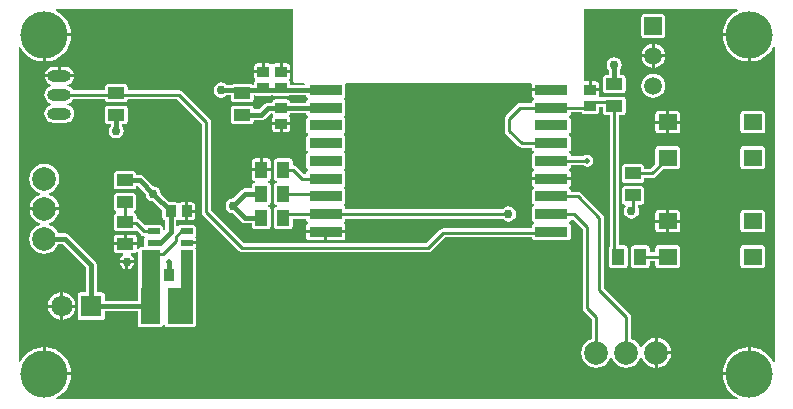
<source format=gtl>
G04 Layer_Physical_Order=1*
G04 Layer_Color=255*
%FSAX24Y24*%
%MOIN*%
G70*
G01*
G75*
%ADD10R,0.1102X0.0354*%
%ADD11R,0.0413X0.0551*%
%ADD12R,0.0630X0.0551*%
%ADD13R,0.0551X0.0413*%
%ADD14R,0.0394X0.0354*%
%ADD15R,0.0433X0.0236*%
%ADD16R,0.0600X0.1200*%
%ADD17R,0.0354X0.0394*%
%ADD18C,0.0150*%
%ADD19C,0.0100*%
%ADD20R,0.0640X0.2470*%
%ADD21R,0.0440X0.2470*%
%ADD22C,0.0591*%
%ADD23R,0.0591X0.0591*%
%ADD24O,0.0787X0.0394*%
%ADD25O,0.0787X0.0394*%
%ADD26C,0.1575*%
%ADD27C,0.0787*%
%ADD28C,0.0709*%
%ADD29R,0.0709X0.0709*%
%ADD30C,0.0300*%
%ADD31C,0.0200*%
G36*
X009298Y013147D02*
Y010800D01*
X009306Y010761D01*
X009328Y010728D01*
X009361Y010706D01*
X009400Y010698D01*
X009649D01*
X009679Y010648D01*
X009676Y010641D01*
X009199D01*
Y010711D01*
X009191Y010750D01*
X009169Y010784D01*
Y010816D01*
X009191Y010850D01*
X009199Y010889D01*
Y011016D01*
X008900D01*
Y011066D01*
X008850D01*
Y011345D01*
X008703D01*
X008664Y011337D01*
X008631Y011315D01*
X008630Y011314D01*
X008570D01*
X008569Y011315D01*
X008536Y011337D01*
X008497Y011345D01*
X008350D01*
Y011066D01*
X008300D01*
Y011016D01*
X008001D01*
Y010889D01*
X008009Y010850D01*
X008031Y010816D01*
Y010784D01*
X008009Y010750D01*
X008001Y010711D01*
Y010641D01*
X007949D01*
X007948Y010643D01*
X007915Y010665D01*
X007876Y010673D01*
X007324D01*
X007285Y010665D01*
X007252Y010643D01*
X007251Y010641D01*
X007081D01*
X007080Y010642D01*
X006998Y010698D01*
X006900Y010717D01*
X006802Y010698D01*
X006720Y010642D01*
X006665Y010560D01*
X006645Y010462D01*
X006665Y010365D01*
X006720Y010282D01*
X006802Y010227D01*
X006900Y010207D01*
X006998Y010227D01*
X007080Y010282D01*
X007081Y010284D01*
X007222D01*
Y010157D01*
X007230Y010118D01*
X007252Y010085D01*
X007285Y010063D01*
X007324Y010056D01*
X007876D01*
X007915Y010063D01*
X007948Y010085D01*
X007970Y010118D01*
X007978Y010157D01*
Y010284D01*
X008033D01*
X008064Y010263D01*
X008103Y010255D01*
X008497D01*
X008536Y010263D01*
X008567Y010284D01*
X008633D01*
X008664Y010263D01*
X008703Y010255D01*
X009097D01*
X009136Y010263D01*
X009167Y010284D01*
X009731D01*
X009738Y010246D01*
X009760Y010213D01*
X009790Y010193D01*
X009793Y010167D01*
X009790Y010141D01*
X009760Y010121D01*
X009738Y010088D01*
X009730Y010049D01*
Y010044D01*
X009199D01*
X009191Y010082D01*
X009169Y010115D01*
X009136Y010137D01*
X009097Y010145D01*
X008703D01*
X008664Y010137D01*
X008631Y010115D01*
X008609Y010082D01*
X008601Y010044D01*
X008466D01*
X008397Y010031D01*
X008340Y009992D01*
X008340Y009992D01*
X008162Y009814D01*
X007978D01*
Y009843D01*
X007970Y009882D01*
X007948Y009915D01*
X007915Y009937D01*
X007876Y009944D01*
X007324D01*
X007285Y009937D01*
X007252Y009915D01*
X007230Y009882D01*
X007222Y009843D01*
Y009429D01*
X007230Y009390D01*
X007252Y009357D01*
X007285Y009335D01*
X007324Y009327D01*
X007876D01*
X007915Y009335D01*
X007948Y009357D01*
X007970Y009390D01*
X007978Y009429D01*
Y009457D01*
X008236D01*
X008304Y009471D01*
X008362Y009510D01*
X008540Y009687D01*
X008601D01*
X008609Y009650D01*
X008631Y009616D01*
Y009584D01*
X008609Y009550D01*
X008601Y009511D01*
Y009384D01*
X009199D01*
Y009511D01*
X009191Y009550D01*
X009169Y009584D01*
Y009616D01*
X009191Y009650D01*
X009199Y009687D01*
X009732D01*
X009738Y009655D01*
X009760Y009622D01*
X009790Y009603D01*
X009793Y009576D01*
X009790Y009550D01*
X009760Y009530D01*
X009738Y009497D01*
X009730Y009458D01*
Y009104D01*
X009738Y009065D01*
X009760Y009032D01*
X009790Y009012D01*
X009793Y008986D01*
X009790Y008959D01*
X009760Y008940D01*
X009738Y008907D01*
X009730Y008868D01*
Y008513D01*
X009738Y008474D01*
X009760Y008441D01*
X009790Y008422D01*
X009793Y008395D01*
X009790Y008369D01*
X009760Y008349D01*
X009738Y008316D01*
X009730Y008277D01*
Y007923D01*
X009738Y007884D01*
X009760Y007851D01*
X009790Y007831D01*
X009793Y007805D01*
X009790Y007778D01*
X009760Y007759D01*
X009738Y007726D01*
X009730Y007687D01*
Y007662D01*
X009654D01*
X009408Y007908D01*
X009359Y007941D01*
X009300Y007953D01*
X009273D01*
Y008076D01*
X009265Y008115D01*
X009243Y008148D01*
X009210Y008170D01*
X009171Y008178D01*
X008757D01*
X008718Y008170D01*
X008685Y008148D01*
X008663Y008115D01*
X008656Y008076D01*
Y007524D01*
X008663Y007485D01*
X008685Y007452D01*
X008718Y007430D01*
X008742Y007425D01*
Y007375D01*
X008718Y007370D01*
X008685Y007348D01*
X008663Y007315D01*
X008656Y007276D01*
Y006724D01*
X008663Y006685D01*
X008685Y006652D01*
X008718Y006630D01*
X008742Y006625D01*
Y006575D01*
X008718Y006570D01*
X008685Y006548D01*
X008663Y006515D01*
X008656Y006476D01*
Y005924D01*
X008663Y005885D01*
X008685Y005852D01*
X008718Y005830D01*
X008757Y005822D01*
X009171D01*
X009210Y005830D01*
X009243Y005852D01*
X009265Y005885D01*
X009273Y005924D01*
Y006175D01*
X009730D01*
Y006151D01*
X009738Y006112D01*
X009760Y006079D01*
X009790Y006059D01*
X009793Y006033D01*
X009790Y006007D01*
X009760Y005987D01*
X009738Y005954D01*
X009730Y005915D01*
Y005788D01*
X011037D01*
Y005915D01*
X011029Y005954D01*
X011007Y005987D01*
X010977Y006007D01*
X010974Y006033D01*
X010977Y006059D01*
X011007Y006079D01*
X011029Y006112D01*
X011037Y006151D01*
Y006175D01*
X016273D01*
X016291Y006148D01*
X016374Y006093D01*
X016472Y006073D01*
X016569Y006093D01*
X016652Y006148D01*
X016707Y006231D01*
X016727Y006328D01*
X016707Y006426D01*
X016652Y006509D01*
X016569Y006564D01*
X016472Y006583D01*
X016374Y006564D01*
X016291Y006509D01*
X016273Y006481D01*
X011037D01*
Y006506D01*
X011029Y006545D01*
X011007Y006578D01*
X010977Y006597D01*
X010974Y006624D01*
X010977Y006650D01*
X011007Y006670D01*
X011029Y006703D01*
X011037Y006742D01*
Y007096D01*
X011029Y007135D01*
X011007Y007168D01*
X010977Y007188D01*
X010974Y007214D01*
X010977Y007241D01*
X011007Y007260D01*
X011029Y007293D01*
X011037Y007332D01*
Y007687D01*
X011029Y007726D01*
X011007Y007759D01*
X010977Y007778D01*
X010974Y007805D01*
X010977Y007831D01*
X011007Y007851D01*
X011029Y007884D01*
X011037Y007923D01*
Y008277D01*
X011029Y008316D01*
X011007Y008349D01*
X010977Y008369D01*
X010974Y008395D01*
X010977Y008422D01*
X011007Y008441D01*
X011029Y008474D01*
X011037Y008513D01*
Y008868D01*
X011029Y008907D01*
X011007Y008940D01*
X010977Y008959D01*
X010974Y008986D01*
X010977Y009012D01*
X011007Y009032D01*
X011029Y009065D01*
X011037Y009104D01*
Y009458D01*
X011029Y009497D01*
X011007Y009530D01*
X010977Y009550D01*
X010974Y009576D01*
X010977Y009603D01*
X011007Y009622D01*
X011029Y009655D01*
X011037Y009694D01*
Y010049D01*
X011029Y010088D01*
X011007Y010121D01*
X010977Y010141D01*
X010974Y010167D01*
X010977Y010193D01*
X011007Y010213D01*
X011029Y010246D01*
X011037Y010285D01*
Y010639D01*
X011035Y010648D01*
X011071Y010698D01*
X017215D01*
X017252Y010648D01*
X017250Y010639D01*
Y010512D01*
X017903D01*
Y010412D01*
X017250D01*
Y010285D01*
X017258Y010246D01*
X017280Y010213D01*
X017309Y010193D01*
X017312Y010167D01*
X017309Y010141D01*
X017280Y010121D01*
X017258Y010088D01*
X017250Y010049D01*
Y010025D01*
X016872D01*
X016813Y010013D01*
X016764Y009980D01*
X016392Y009608D01*
X016359Y009559D01*
X016347Y009500D01*
Y009100D01*
X016359Y009041D01*
X016392Y008992D01*
X016801Y008582D01*
X016851Y008549D01*
X016909Y008538D01*
X017250D01*
Y008513D01*
X017258Y008474D01*
X017280Y008441D01*
X017309Y008422D01*
X017312Y008395D01*
X017309Y008369D01*
X017280Y008349D01*
X017258Y008316D01*
X017250Y008277D01*
Y007923D01*
X017258Y007884D01*
X017280Y007851D01*
X017309Y007831D01*
X017312Y007805D01*
X017309Y007778D01*
X017280Y007759D01*
X017258Y007726D01*
X017250Y007687D01*
Y007559D01*
X017903D01*
X018556D01*
Y007687D01*
X018549Y007726D01*
X018526Y007759D01*
X018497Y007778D01*
X018494Y007805D01*
X018497Y007831D01*
X018526Y007851D01*
X018549Y007884D01*
X018556Y007923D01*
Y007947D01*
X018969D01*
X019022Y007912D01*
X019100Y007896D01*
X019178Y007912D01*
X019244Y007956D01*
X019288Y008022D01*
X019304Y008100D01*
X019288Y008178D01*
X019244Y008244D01*
X019178Y008288D01*
X019100Y008304D01*
X019022Y008288D01*
X018969Y008253D01*
X018556D01*
Y008277D01*
X018549Y008316D01*
X018526Y008349D01*
X018497Y008369D01*
X018494Y008395D01*
X018497Y008422D01*
X018526Y008441D01*
X018549Y008474D01*
X018556Y008513D01*
Y008868D01*
X018549Y008907D01*
X018526Y008940D01*
X018497Y008959D01*
X018494Y008986D01*
X018497Y009012D01*
X018526Y009032D01*
X018549Y009065D01*
X018556Y009104D01*
Y009458D01*
X018549Y009497D01*
X018526Y009530D01*
X018497Y009550D01*
X018494Y009576D01*
X018497Y009603D01*
X018526Y009622D01*
X018549Y009655D01*
X018556Y009694D01*
Y009719D01*
X018909D01*
X018909Y009718D01*
X018931Y009685D01*
X018964Y009663D01*
X019003Y009655D01*
X019397D01*
X019436Y009663D01*
X019469Y009685D01*
X019491Y009718D01*
X019499Y009757D01*
Y009911D01*
X019622D01*
Y009729D01*
X019630Y009690D01*
X019652Y009657D01*
X019685Y009635D01*
X019724Y009627D01*
X019847D01*
Y005233D01*
X019835Y005215D01*
X019827Y005176D01*
Y004624D01*
X019835Y004585D01*
X019857Y004552D01*
X019890Y004530D01*
X019929Y004522D01*
X020343D01*
X020382Y004530D01*
X020415Y004552D01*
X020437Y004585D01*
X020444Y004624D01*
Y005176D01*
X020437Y005215D01*
X020415Y005248D01*
X020382Y005270D01*
X020343Y005278D01*
X020153D01*
Y009627D01*
X020276D01*
X020315Y009635D01*
X020348Y009657D01*
X020370Y009690D01*
X020378Y009729D01*
Y010143D01*
X020370Y010182D01*
X020348Y010215D01*
X020315Y010237D01*
X020276Y010244D01*
X019724D01*
X019685Y010237D01*
X019656Y010217D01*
X019525D01*
X019495Y010267D01*
X019499Y010289D01*
Y010416D01*
X019200D01*
Y010466D01*
X019150D01*
Y010745D01*
X019039D01*
X019001Y010794D01*
X019002Y010800D01*
Y013147D01*
X024096Y013147D01*
X024109Y013097D01*
X024005Y013041D01*
X023869Y012931D01*
X023759Y012795D01*
X023676Y012641D01*
X023625Y012474D01*
X023613Y012350D01*
X024500D01*
Y012300D01*
X024550D01*
Y011413D01*
X024674Y011425D01*
X024841Y011476D01*
X024995Y011559D01*
X025131Y011669D01*
X025241Y011805D01*
X025297Y011909D01*
X025347Y011896D01*
X025347Y001404D01*
X025297Y001391D01*
X025241Y001495D01*
X025131Y001631D01*
X024995Y001741D01*
X024841Y001824D01*
X024674Y001875D01*
X024550Y001887D01*
Y001000D01*
X024500D01*
Y000950D01*
X023613D01*
X023625Y000826D01*
X023676Y000659D01*
X023759Y000505D01*
X023869Y000369D01*
X024005Y000259D01*
X024109Y000203D01*
X024096Y000153D01*
X001404D01*
X001391Y000203D01*
X001495Y000259D01*
X001631Y000369D01*
X001741Y000505D01*
X001824Y000659D01*
X001875Y000826D01*
X001887Y000950D01*
X001000D01*
Y001000D01*
X000950D01*
Y001887D01*
X000826Y001875D01*
X000659Y001824D01*
X000505Y001741D01*
X000369Y001631D01*
X000259Y001495D01*
X000203Y001391D01*
X000153Y001404D01*
Y011896D01*
X000203Y011909D01*
X000259Y011805D01*
X000369Y011669D01*
X000505Y011559D01*
X000659Y011476D01*
X000826Y011425D01*
X000950Y011413D01*
Y012300D01*
X001000D01*
Y012350D01*
X001887D01*
X001875Y012474D01*
X001824Y012641D01*
X001741Y012795D01*
X001631Y012931D01*
X001495Y013041D01*
X001391Y013097D01*
X001404Y013147D01*
X009298Y013147D01*
D02*
G37*
%LPC*%
G36*
X022200Y006041D02*
X021833D01*
Y005713D01*
X022098D01*
X022137Y005721D01*
X022170Y005743D01*
X022192Y005776D01*
X022200Y005815D01*
Y006041D01*
D02*
G37*
G36*
X024932Y006468D02*
X024302D01*
X024263Y006460D01*
X024230Y006438D01*
X024208Y006405D01*
X024200Y006366D01*
Y005815D01*
X024208Y005776D01*
X024230Y005743D01*
X024263Y005721D01*
X024302Y005713D01*
X024932D01*
X024971Y005721D01*
X025004Y005743D01*
X025026Y005776D01*
X025034Y005815D01*
Y006366D01*
X025026Y006405D01*
X025004Y006438D01*
X024971Y006460D01*
X024932Y006468D01*
D02*
G37*
G36*
X021733Y006041D02*
X021366D01*
Y005815D01*
X021374Y005776D01*
X021396Y005743D01*
X021429Y005721D01*
X021468Y005713D01*
X021733D01*
Y006041D01*
D02*
G37*
G36*
X003976Y005644D02*
X003750D01*
Y005386D01*
X004078D01*
Y005543D01*
X004070Y005582D01*
X004048Y005615D01*
X004015Y005637D01*
X003976Y005644D01*
D02*
G37*
G36*
X010333Y005688D02*
X009730D01*
Y005561D01*
X009738Y005522D01*
X009760Y005489D01*
X009793Y005466D01*
X009832Y005459D01*
X010333D01*
Y005688D01*
D02*
G37*
G36*
X011037D02*
X010433D01*
Y005459D01*
X010935D01*
X010974Y005466D01*
X011007Y005489D01*
X011029Y005522D01*
X011037Y005561D01*
Y005688D01*
D02*
G37*
G36*
X003966Y007763D02*
X003414D01*
X003375Y007755D01*
X003342Y007733D01*
X003320Y007700D01*
X003312Y007661D01*
Y007247D01*
X003320Y007208D01*
X003342Y007175D01*
X003375Y007153D01*
X003414Y007146D01*
X003966D01*
X004005Y007153D01*
X004038Y007175D01*
X004060Y007208D01*
X004068Y007247D01*
Y007248D01*
X004118Y007264D01*
X004380Y007002D01*
X004379Y007000D01*
X004399Y006902D01*
X004454Y006820D01*
X004537Y006765D01*
X004634Y006745D01*
X004636Y006746D01*
X004935Y006447D01*
Y006223D01*
X004943Y006184D01*
X004965Y006151D01*
X004998Y006129D01*
X005036Y006121D01*
Y005810D01*
X005003Y005784D01*
X004958Y005803D01*
Y005868D01*
X004950Y005907D01*
X004928Y005940D01*
X004895Y005962D01*
X004856Y005970D01*
X004423D01*
X004384Y005962D01*
X004354Y005942D01*
X004174Y006122D01*
X004124Y006155D01*
X004078Y006165D01*
Y006271D01*
X004070Y006310D01*
X004048Y006343D01*
X004015Y006365D01*
X003987Y006371D01*
Y006421D01*
X004005Y006425D01*
X004038Y006447D01*
X004060Y006480D01*
X004068Y006519D01*
Y006933D01*
X004060Y006972D01*
X004038Y007005D01*
X004005Y007027D01*
X003966Y007034D01*
X003414D01*
X003375Y007027D01*
X003342Y007005D01*
X003320Y006972D01*
X003312Y006933D01*
Y006519D01*
X003320Y006480D01*
X003342Y006447D01*
X003375Y006425D01*
X003403Y006419D01*
Y006369D01*
X003385Y006365D01*
X003352Y006343D01*
X003330Y006310D01*
X003322Y006271D01*
Y005857D01*
X003330Y005818D01*
X003352Y005785D01*
X003385Y005763D01*
X003424Y005756D01*
X003976D01*
X004015Y005763D01*
X004048Y005785D01*
X004076Y005788D01*
X004222Y005641D01*
X004272Y005608D01*
X004320Y005599D01*
X004342Y005553D01*
X004329Y005533D01*
X004321Y005494D01*
Y005257D01*
X004292Y005222D01*
X004220D01*
X004181Y005214D01*
X004148Y005192D01*
X004128Y005162D01*
X004124Y005161D01*
X004078Y005182D01*
Y005286D01*
X003700D01*
X003322D01*
Y005129D01*
X003330Y005090D01*
X003352Y005057D01*
X003385Y005035D01*
X003424Y005027D01*
X003624D01*
X003629Y005019D01*
X003616Y004951D01*
X003576Y004924D01*
X003520Y004842D01*
X003511Y004794D01*
X004001D01*
X003991Y004842D01*
X003936Y004924D01*
X003896Y004951D01*
X003882Y005019D01*
X003888Y005027D01*
X003976D01*
X004015Y005035D01*
X004048Y005057D01*
X004068Y005088D01*
X004072Y005088D01*
X004118Y005067D01*
Y003892D01*
X004116Y003889D01*
X004108Y003850D01*
Y003438D01*
X003021D01*
Y003614D01*
X003013Y003653D01*
X002991Y003686D01*
X002958Y003709D01*
X002919Y003716D01*
X002743D01*
Y004626D01*
X002729Y004694D01*
X002690Y004752D01*
X001816Y005626D01*
X001758Y005665D01*
X001690Y005678D01*
X001460D01*
X001431Y005749D01*
X001352Y005852D01*
X001249Y005931D01*
X001148Y005973D01*
Y006027D01*
X001249Y006069D01*
X001352Y006148D01*
X001431Y006251D01*
X001481Y006371D01*
X001491Y006450D01*
X001000D01*
X000509D01*
X000519Y006371D01*
X000569Y006251D01*
X000648Y006148D01*
X000751Y006069D01*
X000852Y006027D01*
Y005973D01*
X000751Y005931D01*
X000648Y005852D01*
X000569Y005749D01*
X000519Y005629D01*
X000502Y005500D01*
X000519Y005371D01*
X000569Y005251D01*
X000648Y005148D01*
X000751Y005069D01*
X000871Y005019D01*
X001000Y005002D01*
X001129Y005019D01*
X001249Y005069D01*
X001352Y005148D01*
X001431Y005251D01*
X001460Y005322D01*
X001616D01*
X002386Y004552D01*
Y003716D01*
X002210D01*
X002171Y003709D01*
X002138Y003686D01*
X002116Y003653D01*
X002108Y003614D01*
Y002906D01*
X002116Y002867D01*
X002138Y002834D01*
X002171Y002811D01*
X002210Y002804D01*
X002919D01*
X002958Y002811D01*
X002991Y002834D01*
X003013Y002867D01*
X003021Y002906D01*
Y003082D01*
X004108D01*
Y002650D01*
X004116Y002611D01*
X004138Y002578D01*
X004171Y002556D01*
X004210Y002548D01*
X004860D01*
X004899Y002556D01*
X004932Y002578D01*
X004954Y002611D01*
X004960Y002638D01*
X005010D01*
X005016Y002611D01*
X005038Y002578D01*
X005071Y002556D01*
X005110Y002548D01*
X005960D01*
X005999Y002556D01*
X006032Y002578D01*
X006054Y002611D01*
X006062Y002650D01*
Y005120D01*
X006054Y005159D01*
X006034Y005190D01*
X006053Y005218D01*
X006060Y005257D01*
Y005326D01*
X005742D01*
Y005426D01*
X006060D01*
Y005494D01*
X006053Y005533D01*
X006033Y005563D01*
X006053Y005592D01*
X006060Y005631D01*
Y005868D01*
X006053Y005907D01*
X006031Y005940D01*
X005998Y005962D01*
X005958Y005970D01*
X005525D01*
X005486Y005962D01*
X005453Y005940D01*
X005443Y005924D01*
X005393Y005939D01*
Y006121D01*
X005430Y006129D01*
X005464Y006151D01*
X005496D01*
X005530Y006129D01*
X005569Y006121D01*
X005696D01*
Y006420D01*
Y006719D01*
X005569D01*
X005530Y006711D01*
X005496Y006689D01*
X005464D01*
X005430Y006711D01*
X005391Y006719D01*
X005168D01*
X004889Y006998D01*
X004889Y007000D01*
X004870Y007098D01*
X004814Y007180D01*
X004732Y007235D01*
X004634Y007255D01*
X004632Y007254D01*
X004306Y007580D01*
X004248Y007619D01*
X004180Y007633D01*
X004068D01*
Y007661D01*
X004060Y007700D01*
X004038Y007733D01*
X004005Y007755D01*
X003966Y007763D01*
D02*
G37*
G36*
X020898Y007259D02*
X020347D01*
X020308Y007251D01*
X020275Y007229D01*
X020253Y007196D01*
X020245Y007157D01*
Y006743D01*
X020253Y006704D01*
X020275Y006671D01*
X020308Y006649D01*
X020347Y006641D01*
X020357D01*
X020380Y006591D01*
X020336Y006526D01*
X020317Y006428D01*
X020336Y006331D01*
X020391Y006248D01*
X020474Y006193D01*
X020572Y006173D01*
X020669Y006193D01*
X020752Y006248D01*
X020807Y006331D01*
X020827Y006428D01*
X020807Y006526D01*
X020775Y006573D01*
Y006641D01*
X020898D01*
X020937Y006649D01*
X020970Y006671D01*
X020992Y006704D01*
X021000Y006743D01*
Y007157D01*
X020992Y007196D01*
X020970Y007229D01*
X020937Y007251D01*
X020898Y007259D01*
D02*
G37*
G36*
X005923Y006719D02*
X005796D01*
Y006470D01*
X006025D01*
Y006617D01*
X006017Y006656D01*
X005995Y006689D01*
X005962Y006711D01*
X005923Y006719D01*
D02*
G37*
G36*
X001000Y007998D02*
X000871Y007981D01*
X000751Y007931D01*
X000648Y007852D01*
X000569Y007749D01*
X000519Y007629D01*
X000502Y007500D01*
X000519Y007371D01*
X000569Y007251D01*
X000648Y007148D01*
X000751Y007069D01*
X000852Y007027D01*
Y006973D01*
X000751Y006931D01*
X000648Y006852D01*
X000569Y006749D01*
X000519Y006629D01*
X000509Y006550D01*
X001000D01*
X001491D01*
X001481Y006629D01*
X001431Y006749D01*
X001352Y006852D01*
X001249Y006931D01*
X001148Y006973D01*
Y007027D01*
X001249Y007069D01*
X001352Y007148D01*
X001431Y007251D01*
X001481Y007371D01*
X001498Y007500D01*
X001481Y007629D01*
X001431Y007749D01*
X001352Y007852D01*
X001249Y007931D01*
X001129Y007981D01*
X001000Y007998D01*
D02*
G37*
G36*
X006025Y006370D02*
X005796D01*
Y006121D01*
X005923D01*
X005962Y006129D01*
X005995Y006151D01*
X006017Y006184D01*
X006025Y006223D01*
Y006370D01*
D02*
G37*
G36*
X021733Y006468D02*
X021468D01*
X021429Y006460D01*
X021396Y006438D01*
X021374Y006405D01*
X021366Y006366D01*
Y006141D01*
X021733D01*
Y006468D01*
D02*
G37*
G36*
X022098D02*
X021833D01*
Y006141D01*
X022200D01*
Y006366D01*
X022192Y006405D01*
X022170Y006438D01*
X022137Y006460D01*
X022098Y006468D01*
D02*
G37*
G36*
X003650Y005644D02*
X003424D01*
X003385Y005637D01*
X003352Y005615D01*
X003330Y005582D01*
X003322Y005543D01*
Y005386D01*
X003650D01*
Y005644D01*
D02*
G37*
G36*
X021891Y001650D02*
X021450D01*
Y001209D01*
X021529Y001219D01*
X021649Y001269D01*
X021752Y001348D01*
X021831Y001451D01*
X021881Y001571D01*
X021891Y001650D01*
D02*
G37*
G36*
X021450Y002191D02*
Y001750D01*
X021891D01*
X021881Y001829D01*
X021831Y001949D01*
X021752Y002052D01*
X021649Y002131D01*
X021529Y002181D01*
X021450Y002191D01*
D02*
G37*
G36*
X001530Y003210D02*
X001128D01*
X001137Y003141D01*
X001183Y003031D01*
X001256Y002936D01*
X001351Y002863D01*
X001461Y002817D01*
X001530Y002808D01*
Y003210D01*
D02*
G37*
G36*
X001050Y001887D02*
Y001050D01*
X001887D01*
X001875Y001174D01*
X001824Y001341D01*
X001741Y001495D01*
X001631Y001631D01*
X001495Y001741D01*
X001341Y001824D01*
X001174Y001875D01*
X001050Y001887D01*
D02*
G37*
G36*
X024450D02*
X024326Y001875D01*
X024159Y001824D01*
X024005Y001741D01*
X023869Y001631D01*
X023759Y001495D01*
X023676Y001341D01*
X023625Y001174D01*
X023613Y001050D01*
X024450D01*
Y001887D01*
D02*
G37*
G36*
X001990Y010880D02*
X001500D01*
X001010D01*
X001014Y010852D01*
X001044Y010780D01*
X001091Y010718D01*
X001153Y010671D01*
X001226Y010641D01*
X001230Y010640D01*
Y010590D01*
X001226Y010589D01*
X001153Y010559D01*
X001091Y010512D01*
X001044Y010450D01*
X001014Y010377D01*
X001004Y010300D01*
X001014Y010223D01*
X001044Y010150D01*
X001091Y010088D01*
X001153Y010041D01*
X001226Y010011D01*
X001230Y010010D01*
Y009960D01*
X001226Y009959D01*
X001153Y009929D01*
X001091Y009882D01*
X001044Y009820D01*
X001014Y009748D01*
X001004Y009670D01*
X001014Y009593D01*
X001044Y009520D01*
X001091Y009458D01*
X001153Y009411D01*
X001226Y009381D01*
X001303Y009371D01*
X001697D01*
X001774Y009381D01*
X001847Y009411D01*
X001909Y009458D01*
X001956Y009520D01*
X001986Y009593D01*
X001996Y009670D01*
X001986Y009748D01*
X001956Y009820D01*
X001909Y009882D01*
X001847Y009929D01*
X001774Y009959D01*
X001770Y009960D01*
Y010010D01*
X001774Y010011D01*
X001847Y010041D01*
X001909Y010088D01*
X001954Y010147D01*
X003025D01*
X003030Y010118D01*
X003052Y010085D01*
X003085Y010063D01*
X003124Y010056D01*
X003676D01*
X003715Y010063D01*
X003748Y010085D01*
X003770Y010118D01*
X003775Y010147D01*
X005437D01*
X006247Y009337D01*
Y006400D01*
X006259Y006341D01*
X006292Y006292D01*
X007492Y005092D01*
X007541Y005059D01*
X007600Y005047D01*
X013800D01*
X013859Y005059D01*
X013908Y005092D01*
X014363Y005547D01*
X017253D01*
X017258Y005522D01*
X017280Y005489D01*
X017313Y005466D01*
X017352Y005459D01*
X018454D01*
X018493Y005466D01*
X018526Y005489D01*
X018549Y005522D01*
X018556Y005561D01*
Y005915D01*
X018549Y005954D01*
X018526Y005987D01*
X018497Y006007D01*
X018494Y006033D01*
X018497Y006059D01*
X018526Y006079D01*
X018549Y006112D01*
X018555Y006144D01*
X018576Y006155D01*
X018606Y006161D01*
X018947Y005820D01*
Y003200D01*
X018959Y003141D01*
X018992Y003092D01*
X019247Y002837D01*
Y002171D01*
X019151Y002131D01*
X019048Y002052D01*
X018969Y001949D01*
X018919Y001829D01*
X018902Y001700D01*
X018919Y001571D01*
X018969Y001451D01*
X019048Y001348D01*
X019151Y001269D01*
X019271Y001219D01*
X019400Y001202D01*
X019529Y001219D01*
X019649Y001269D01*
X019752Y001348D01*
X019831Y001451D01*
X019873Y001552D01*
X019927D01*
X019969Y001451D01*
X020048Y001348D01*
X020151Y001269D01*
X020271Y001219D01*
X020400Y001202D01*
X020529Y001219D01*
X020649Y001269D01*
X020752Y001348D01*
X020831Y001451D01*
X020873Y001552D01*
X020927D01*
X020969Y001451D01*
X021048Y001348D01*
X021151Y001269D01*
X021271Y001219D01*
X021350Y001209D01*
Y001700D01*
Y002191D01*
X021271Y002181D01*
X021151Y002131D01*
X021048Y002052D01*
X020969Y001949D01*
X020927Y001848D01*
X020873D01*
X020831Y001949D01*
X020752Y002052D01*
X020649Y002131D01*
X020553Y002171D01*
Y002900D01*
X020541Y002959D01*
X020508Y003008D01*
X019653Y003863D01*
Y006200D01*
X019641Y006259D01*
X019608Y006308D01*
X018889Y007027D01*
X018840Y007060D01*
X018781Y007072D01*
X018556D01*
Y007096D01*
X018549Y007135D01*
X018526Y007168D01*
X018497Y007188D01*
X018494Y007214D01*
X018497Y007241D01*
X018526Y007260D01*
X018549Y007293D01*
X018556Y007332D01*
Y007459D01*
X017903D01*
X017250D01*
Y007332D01*
X017258Y007293D01*
X017280Y007260D01*
X017309Y007241D01*
X017312Y007214D01*
X017309Y007188D01*
X017280Y007168D01*
X017258Y007135D01*
X017250Y007096D01*
Y006742D01*
X017258Y006703D01*
X017280Y006670D01*
X017309Y006650D01*
X017312Y006624D01*
X017309Y006597D01*
X017280Y006578D01*
X017258Y006545D01*
X017250Y006506D01*
Y006151D01*
X017258Y006112D01*
X017280Y006079D01*
X017309Y006059D01*
X017312Y006033D01*
X017309Y006007D01*
X017280Y005987D01*
X017258Y005954D01*
X017250Y005915D01*
Y005853D01*
X014300D01*
X014241Y005841D01*
X014192Y005808D01*
X013737Y005353D01*
X007663D01*
X006553Y006463D01*
Y009400D01*
X006541Y009459D01*
X006508Y009508D01*
X005608Y010408D01*
X005559Y010441D01*
X005500Y010453D01*
X003778D01*
Y010571D01*
X003770Y010610D01*
X003748Y010643D01*
X003715Y010665D01*
X003676Y010673D01*
X003124D01*
X003085Y010665D01*
X003052Y010643D01*
X003030Y010610D01*
X003022Y010571D01*
Y010453D01*
X001954D01*
X001909Y010512D01*
X001847Y010559D01*
X001774Y010589D01*
X001770Y010590D01*
Y010640D01*
X001774Y010641D01*
X001847Y010671D01*
X001909Y010718D01*
X001956Y010780D01*
X001986Y010852D01*
X001990Y010880D01*
D02*
G37*
G36*
X002032Y003210D02*
X001630D01*
Y002808D01*
X001699Y002817D01*
X001809Y002863D01*
X001904Y002936D01*
X001977Y003031D01*
X002023Y003141D01*
X002032Y003210D01*
D02*
G37*
G36*
X004001Y004694D02*
X003806D01*
Y004499D01*
X003853Y004509D01*
X003936Y004564D01*
X003991Y004647D01*
X004001Y004694D01*
D02*
G37*
G36*
X024932Y005287D02*
X024302D01*
X024263Y005279D01*
X024230Y005257D01*
X024208Y005224D01*
X024200Y005185D01*
Y004634D01*
X024208Y004595D01*
X024230Y004562D01*
X024263Y004540D01*
X024302Y004532D01*
X024932D01*
X024971Y004540D01*
X025004Y004562D01*
X025026Y004595D01*
X025034Y004634D01*
Y005185D01*
X025026Y005224D01*
X025004Y005257D01*
X024971Y005279D01*
X024932Y005287D01*
D02*
G37*
G36*
X022098D02*
X021468D01*
X021429Y005279D01*
X021396Y005257D01*
X021374Y005224D01*
X021366Y005185D01*
Y005053D01*
X021173D01*
Y005176D01*
X021165Y005215D01*
X021143Y005248D01*
X021110Y005270D01*
X021071Y005278D01*
X020657D01*
X020618Y005270D01*
X020585Y005248D01*
X020563Y005215D01*
X020556Y005176D01*
Y004624D01*
X020563Y004585D01*
X020585Y004552D01*
X020618Y004530D01*
X020657Y004522D01*
X021071D01*
X021110Y004530D01*
X021143Y004552D01*
X021165Y004585D01*
X021173Y004624D01*
Y004747D01*
X021366D01*
Y004634D01*
X021374Y004595D01*
X021396Y004562D01*
X021429Y004540D01*
X021468Y004532D01*
X022098D01*
X022137Y004540D01*
X022170Y004562D01*
X022192Y004595D01*
X022200Y004634D01*
Y005185D01*
X022192Y005224D01*
X022170Y005257D01*
X022137Y005279D01*
X022098Y005287D01*
D02*
G37*
G36*
X001530Y003712D02*
X001461Y003703D01*
X001351Y003657D01*
X001256Y003584D01*
X001183Y003489D01*
X001137Y003379D01*
X001128Y003310D01*
X001530D01*
Y003712D01*
D02*
G37*
G36*
X001630D02*
Y003310D01*
X002032D01*
X002023Y003379D01*
X001977Y003489D01*
X001904Y003584D01*
X001809Y003657D01*
X001699Y003703D01*
X001630Y003712D01*
D02*
G37*
G36*
X003706Y004694D02*
X003511D01*
X003520Y004647D01*
X003576Y004564D01*
X003658Y004509D01*
X003706Y004499D01*
Y004694D01*
D02*
G37*
G36*
X001697Y011229D02*
X001550D01*
Y010980D01*
X001990D01*
X001986Y011007D01*
X001956Y011080D01*
X001909Y011142D01*
X001847Y011189D01*
X001774Y011219D01*
X001697Y011229D01*
D02*
G37*
G36*
X008250Y011345D02*
X008103D01*
X008064Y011337D01*
X008031Y011315D01*
X008009Y011282D01*
X008001Y011243D01*
Y011116D01*
X008250D01*
Y011345D01*
D02*
G37*
G36*
X009097D02*
X008950D01*
Y011116D01*
X009199D01*
Y011243D01*
X009191Y011282D01*
X009169Y011315D01*
X009136Y011337D01*
X009097Y011345D01*
D02*
G37*
G36*
X020000Y011555D02*
X019902Y011536D01*
X019820Y011480D01*
X019764Y011398D01*
X019745Y011300D01*
X019764Y011202D01*
X019820Y011120D01*
X019822Y011119D01*
Y010973D01*
X019724D01*
X019685Y010965D01*
X019652Y010943D01*
X019630Y010910D01*
X019622Y010871D01*
Y010457D01*
X019630Y010418D01*
X019652Y010385D01*
X019685Y010363D01*
X019724Y010356D01*
X020276D01*
X020315Y010363D01*
X020348Y010385D01*
X020370Y010418D01*
X020378Y010457D01*
Y010871D01*
X020370Y010910D01*
X020348Y010943D01*
X020315Y010965D01*
X020276Y010973D01*
X020178D01*
Y011119D01*
X020180Y011120D01*
X020236Y011202D01*
X020255Y011300D01*
X020236Y011398D01*
X020180Y011480D01*
X020098Y011536D01*
X020000Y011555D01*
D02*
G37*
G36*
X019397Y010745D02*
X019250D01*
Y010516D01*
X019499D01*
Y010643D01*
X019491Y010682D01*
X019469Y010715D01*
X019436Y010737D01*
X019397Y010745D01*
D02*
G37*
G36*
X001450Y011229D02*
X001303D01*
X001226Y011219D01*
X001153Y011189D01*
X001091Y011142D01*
X001044Y011080D01*
X001014Y011007D01*
X001010Y010980D01*
X001450D01*
Y011229D01*
D02*
G37*
G36*
X021250Y011550D02*
X020908D01*
X020915Y011497D01*
X020955Y011401D01*
X021018Y011318D01*
X021101Y011255D01*
X021197Y011215D01*
X021250Y011208D01*
Y011550D01*
D02*
G37*
G36*
Y011992D02*
X021197Y011985D01*
X021101Y011945D01*
X021018Y011882D01*
X020955Y011799D01*
X020915Y011703D01*
X020908Y011650D01*
X021250D01*
Y011992D01*
D02*
G37*
G36*
X021350D02*
Y011650D01*
X021692D01*
X021685Y011703D01*
X021645Y011799D01*
X021582Y011882D01*
X021499Y011945D01*
X021403Y011985D01*
X021350Y011992D01*
D02*
G37*
G36*
X021595Y012997D02*
X021005D01*
X020966Y012989D01*
X020933Y012967D01*
X020911Y012934D01*
X020903Y012895D01*
Y012305D01*
X020911Y012266D01*
X020933Y012233D01*
X020966Y012211D01*
X021005Y012203D01*
X021595D01*
X021634Y012211D01*
X021667Y012233D01*
X021689Y012266D01*
X021697Y012305D01*
Y012895D01*
X021689Y012934D01*
X021667Y012967D01*
X021634Y012989D01*
X021595Y012997D01*
D02*
G37*
G36*
X021692Y011550D02*
X021350D01*
Y011208D01*
X021403Y011215D01*
X021499Y011255D01*
X021582Y011318D01*
X021645Y011401D01*
X021685Y011497D01*
X021692Y011550D01*
D02*
G37*
G36*
X001887Y012250D02*
X001050D01*
Y011413D01*
X001174Y011425D01*
X001341Y011476D01*
X001495Y011559D01*
X001631Y011669D01*
X001741Y011805D01*
X001824Y011959D01*
X001875Y012126D01*
X001887Y012250D01*
D02*
G37*
G36*
X024450D02*
X023613D01*
X023625Y012126D01*
X023676Y011959D01*
X023759Y011805D01*
X023869Y011669D01*
X024005Y011559D01*
X024159Y011476D01*
X024326Y011425D01*
X024450Y011413D01*
Y012250D01*
D02*
G37*
G36*
X021300Y010999D02*
X021197Y010985D01*
X021101Y010945D01*
X021018Y010882D01*
X020955Y010799D01*
X020915Y010703D01*
X020901Y010600D01*
X020915Y010497D01*
X020955Y010401D01*
X021018Y010318D01*
X021101Y010255D01*
X021197Y010215D01*
X021300Y010201D01*
X021403Y010215D01*
X021499Y010255D01*
X021582Y010318D01*
X021645Y010401D01*
X021685Y010497D01*
X021699Y010600D01*
X021685Y010703D01*
X021645Y010799D01*
X021582Y010882D01*
X021499Y010945D01*
X021403Y010985D01*
X021300Y010999D01*
D02*
G37*
G36*
X008186Y008178D02*
X008029D01*
X007990Y008170D01*
X007957Y008148D01*
X007935Y008115D01*
X007927Y008076D01*
Y007850D01*
X008186D01*
Y008178D01*
D02*
G37*
G36*
X008443D02*
X008286D01*
Y007850D01*
X008544D01*
Y008076D01*
X008537Y008115D01*
X008515Y008148D01*
X008482Y008170D01*
X008443Y008178D01*
D02*
G37*
G36*
X003676Y009944D02*
X003124D01*
X003085Y009937D01*
X003052Y009915D01*
X003030Y009882D01*
X003022Y009843D01*
Y009429D01*
X003030Y009390D01*
X003052Y009357D01*
X003085Y009335D01*
X003124Y009327D01*
X003207D01*
X003218Y009277D01*
X003164Y009198D01*
X003145Y009100D01*
X003164Y009002D01*
X003220Y008920D01*
X003302Y008865D01*
X003400Y008845D01*
X003498Y008865D01*
X003580Y008920D01*
X003636Y009002D01*
X003655Y009100D01*
X003636Y009198D01*
X003582Y009277D01*
X003593Y009327D01*
X003676D01*
X003715Y009335D01*
X003748Y009357D01*
X003770Y009390D01*
X003778Y009429D01*
Y009843D01*
X003770Y009882D01*
X003748Y009915D01*
X003715Y009937D01*
X003676Y009944D01*
D02*
G37*
G36*
X008544Y007750D02*
X008236D01*
X007927D01*
Y007524D01*
X007935Y007485D01*
X007957Y007452D01*
X007990Y007430D01*
X008014Y007425D01*
Y007375D01*
X007990Y007370D01*
X007957Y007348D01*
X007935Y007315D01*
X007927Y007276D01*
Y007178D01*
X007700D01*
X007632Y007165D01*
X007574Y007126D01*
X007574Y007126D01*
X007302Y006854D01*
X007300Y006855D01*
X007202Y006835D01*
X007120Y006780D01*
X007065Y006698D01*
X007045Y006600D01*
X007065Y006502D01*
X007120Y006420D01*
X007202Y006365D01*
X007300Y006345D01*
X007302Y006346D01*
X007574Y006074D01*
X007574Y006074D01*
X007632Y006035D01*
X007700Y006022D01*
X007927D01*
Y005924D01*
X007935Y005885D01*
X007957Y005852D01*
X007990Y005830D01*
X008029Y005822D01*
X008443D01*
X008482Y005830D01*
X008515Y005852D01*
X008537Y005885D01*
X008544Y005924D01*
Y006476D01*
X008537Y006515D01*
X008515Y006548D01*
X008482Y006570D01*
X008458Y006575D01*
Y006625D01*
X008482Y006630D01*
X008515Y006652D01*
X008537Y006685D01*
X008544Y006724D01*
Y007276D01*
X008537Y007315D01*
X008515Y007348D01*
X008482Y007370D01*
X008458Y007375D01*
Y007425D01*
X008482Y007430D01*
X008515Y007452D01*
X008537Y007485D01*
X008544Y007524D01*
Y007750D01*
D02*
G37*
G36*
X022098Y008587D02*
X021468D01*
X021429Y008579D01*
X021396Y008557D01*
X021374Y008524D01*
X021366Y008485D01*
Y008009D01*
X021188Y007831D01*
X021000D01*
Y007885D01*
X020992Y007924D01*
X020970Y007957D01*
X020937Y007979D01*
X020898Y007987D01*
X020347D01*
X020308Y007979D01*
X020275Y007957D01*
X020253Y007924D01*
X020245Y007885D01*
Y007472D01*
X020253Y007433D01*
X020275Y007400D01*
X020308Y007377D01*
X020347Y007370D01*
X020898D01*
X020937Y007377D01*
X020970Y007400D01*
X020992Y007433D01*
X021000Y007472D01*
Y007525D01*
X021252D01*
X021310Y007537D01*
X021360Y007570D01*
X021621Y007832D01*
X022098D01*
X022137Y007840D01*
X022170Y007862D01*
X022192Y007895D01*
X022200Y007934D01*
Y008485D01*
X022192Y008524D01*
X022170Y008557D01*
X022137Y008579D01*
X022098Y008587D01*
D02*
G37*
G36*
X024932D02*
X024302D01*
X024263Y008579D01*
X024230Y008557D01*
X024208Y008524D01*
X024200Y008485D01*
Y007934D01*
X024208Y007895D01*
X024230Y007862D01*
X024263Y007840D01*
X024302Y007832D01*
X024932D01*
X024971Y007840D01*
X025004Y007862D01*
X025026Y007895D01*
X025034Y007934D01*
Y008485D01*
X025026Y008524D01*
X025004Y008557D01*
X024971Y008579D01*
X024932Y008587D01*
D02*
G37*
G36*
X021733Y009341D02*
X021366D01*
Y009115D01*
X021374Y009076D01*
X021396Y009043D01*
X021429Y009021D01*
X021468Y009013D01*
X021733D01*
Y009341D01*
D02*
G37*
G36*
X009199Y009284D02*
X008950D01*
Y009055D01*
X009097D01*
X009136Y009063D01*
X009169Y009085D01*
X009191Y009118D01*
X009199Y009157D01*
Y009284D01*
D02*
G37*
G36*
X021733Y009768D02*
X021468D01*
X021429Y009760D01*
X021396Y009738D01*
X021374Y009705D01*
X021366Y009666D01*
Y009441D01*
X021733D01*
Y009768D01*
D02*
G37*
G36*
X022098D02*
X021833D01*
Y009441D01*
X022200D01*
Y009666D01*
X022192Y009705D01*
X022170Y009738D01*
X022137Y009760D01*
X022098Y009768D01*
D02*
G37*
G36*
X022200Y009341D02*
X021833D01*
Y009013D01*
X022098D01*
X022137Y009021D01*
X022170Y009043D01*
X022192Y009076D01*
X022200Y009115D01*
Y009341D01*
D02*
G37*
G36*
X024932Y009768D02*
X024302D01*
X024263Y009760D01*
X024230Y009738D01*
X024208Y009705D01*
X024200Y009666D01*
Y009115D01*
X024208Y009076D01*
X024230Y009043D01*
X024263Y009021D01*
X024302Y009013D01*
X024932D01*
X024971Y009021D01*
X025004Y009043D01*
X025026Y009076D01*
X025034Y009115D01*
Y009666D01*
X025026Y009705D01*
X025004Y009738D01*
X024971Y009760D01*
X024932Y009768D01*
D02*
G37*
G36*
X008850Y009284D02*
X008601D01*
Y009157D01*
X008609Y009118D01*
X008631Y009085D01*
X008664Y009063D01*
X008703Y009055D01*
X008850D01*
Y009284D01*
D02*
G37*
%LPD*%
D10*
X017903Y010462D02*
D03*
Y009872D02*
D03*
Y009281D02*
D03*
Y008691D02*
D03*
Y008100D02*
D03*
Y007509D02*
D03*
Y006919D02*
D03*
Y006328D02*
D03*
Y005738D02*
D03*
X010383D02*
D03*
Y006328D02*
D03*
Y006919D02*
D03*
Y007509D02*
D03*
Y008100D02*
D03*
Y008691D02*
D03*
Y009281D02*
D03*
Y009872D02*
D03*
Y010462D02*
D03*
D11*
X020136Y004900D02*
D03*
X020864D02*
D03*
X008964Y006200D02*
D03*
X008236D02*
D03*
X008964Y007000D02*
D03*
X008236D02*
D03*
X008964Y007800D02*
D03*
X008236D02*
D03*
D12*
X021783Y008209D02*
D03*
X024617D02*
D03*
X021783Y009391D02*
D03*
X024617D02*
D03*
X021783Y004909D02*
D03*
X024617D02*
D03*
X021783Y006091D02*
D03*
X024617D02*
D03*
D13*
X020000Y009936D02*
D03*
Y010664D02*
D03*
X007600Y009636D02*
D03*
Y010364D02*
D03*
X020622Y006950D02*
D03*
Y007678D02*
D03*
X003400Y009636D02*
D03*
Y010364D02*
D03*
X003700Y006064D02*
D03*
Y005336D02*
D03*
X003690Y007454D02*
D03*
Y006726D02*
D03*
D14*
X019200Y010466D02*
D03*
Y009934D02*
D03*
X008900Y011066D02*
D03*
Y010534D02*
D03*
Y009334D02*
D03*
Y009866D02*
D03*
X008300Y011066D02*
D03*
Y010534D02*
D03*
D15*
X004640Y005002D02*
D03*
Y005376D02*
D03*
Y005750D02*
D03*
X005742D02*
D03*
Y005376D02*
D03*
Y005002D02*
D03*
D16*
X004510Y003250D02*
D03*
X005410D02*
D03*
D17*
X005156Y004290D02*
D03*
X004624D02*
D03*
X005214Y006420D02*
D03*
X005746D02*
D03*
D18*
X006900Y010462D02*
X010600D01*
X020000Y010764D02*
Y011300D01*
X003400Y009100D02*
Y009636D01*
X007700Y006200D02*
X008236D01*
X007300Y006600D02*
X007700Y006200D01*
Y007000D02*
X008236D01*
X007300Y006600D02*
X007700Y007000D01*
X004634D02*
X005214Y006420D01*
X004180Y007454D02*
X004634Y007000D01*
X005156Y004290D02*
Y004744D01*
X010594Y009966D02*
X010600Y009972D01*
X008900Y009866D02*
X010594D01*
X007600Y009636D02*
X008236D01*
X008466Y009866D01*
X008900D01*
X001000Y005500D02*
X001690D01*
X003690Y007454D02*
X004180D01*
X001690Y005500D02*
X002564Y004626D01*
Y003260D02*
Y004626D01*
X004500Y003260D02*
X004510Y003250D01*
X002564Y003260D02*
X004500D01*
X004640Y005376D02*
X004856D01*
X005214Y005734D01*
Y006420D01*
D19*
X019230Y010064D02*
X020000D01*
Y009936D02*
Y010036D01*
Y005036D02*
Y009936D01*
X017687Y009872D02*
X019137D01*
X016872D02*
X017687D01*
Y008100D02*
X019100D01*
X017687Y006919D02*
X018781D01*
X019500Y006200D01*
Y003800D02*
Y006200D01*
X017687Y006328D02*
X018655D01*
X019100Y005884D01*
Y003200D02*
Y005884D01*
X014300Y005700D02*
X017549D01*
X013800Y005200D02*
X014300Y005700D01*
X010600Y006328D02*
X016472D01*
X009093D02*
X010600D01*
X009591Y007509D02*
X010600D01*
X016909Y008691D02*
X017687D01*
X006400Y006400D02*
Y009400D01*
Y006400D02*
X007600Y005200D01*
X013800D01*
X020000Y005036D02*
X020136Y004900D01*
X019500Y003800D02*
X020400Y002900D01*
Y001700D02*
Y002900D01*
X019400Y001700D02*
Y002900D01*
X019100Y003200D02*
X019400Y002900D01*
X020622Y006479D02*
Y006950D01*
X020572Y006428D02*
X020622Y006479D01*
X021252Y007678D02*
X021783Y008209D01*
X020622Y007678D02*
X021252D01*
X003690Y006014D02*
Y006726D01*
Y006014D02*
X004066D01*
X003336Y010300D02*
X003400Y010364D01*
X001500Y010300D02*
X003336D01*
X003400Y010364D02*
X003464Y010300D01*
X005500D01*
X021773Y004900D02*
X021783Y004909D01*
X020864Y004900D02*
X021773D01*
X019137Y009972D02*
X019230Y010064D01*
X016500Y009100D02*
X016909Y008691D01*
X016500Y009100D02*
Y009500D01*
X016872Y009872D01*
X005500Y010300D02*
X006400Y009400D01*
X009300Y007800D02*
X009591Y007509D01*
X008964Y007800D02*
X009300D01*
X010519Y007000D02*
X010600Y006919D01*
X008964Y007000D02*
X010519D01*
X008964Y006200D02*
X009093Y006328D01*
X004066Y006014D02*
X004330Y005750D01*
X004640D01*
X005569D02*
X005742D01*
X005375Y005556D02*
X005569Y005750D01*
X005375Y005425D02*
Y005556D01*
X004951Y005002D02*
X005375Y005425D01*
X004640Y005002D02*
X004951D01*
D20*
X004540Y003885D02*
D03*
D21*
X005740D02*
D03*
D22*
X021300Y010600D02*
D03*
Y011600D02*
D03*
D23*
Y012600D02*
D03*
D24*
X001500Y010930D02*
D03*
Y010300D02*
D03*
D25*
Y009670D02*
D03*
D26*
X024500Y001000D02*
D03*
X001000D02*
D03*
X024500Y012300D02*
D03*
X001000D02*
D03*
D27*
X019400Y001700D02*
D03*
X020400D02*
D03*
X021400D02*
D03*
X001000Y007500D02*
D03*
Y006500D02*
D03*
Y005500D02*
D03*
D28*
X001580Y003260D02*
D03*
D29*
X002564D02*
D03*
D30*
X020000Y011300D02*
D03*
X020572Y006428D02*
D03*
X016472Y006328D02*
D03*
X003400Y009100D02*
D03*
X003756Y004744D02*
D03*
X007300Y006600D02*
D03*
X006900Y010462D02*
D03*
X004634Y007000D02*
D03*
D31*
X019100Y008100D02*
D03*
X005156Y004744D02*
D03*
M02*

</source>
